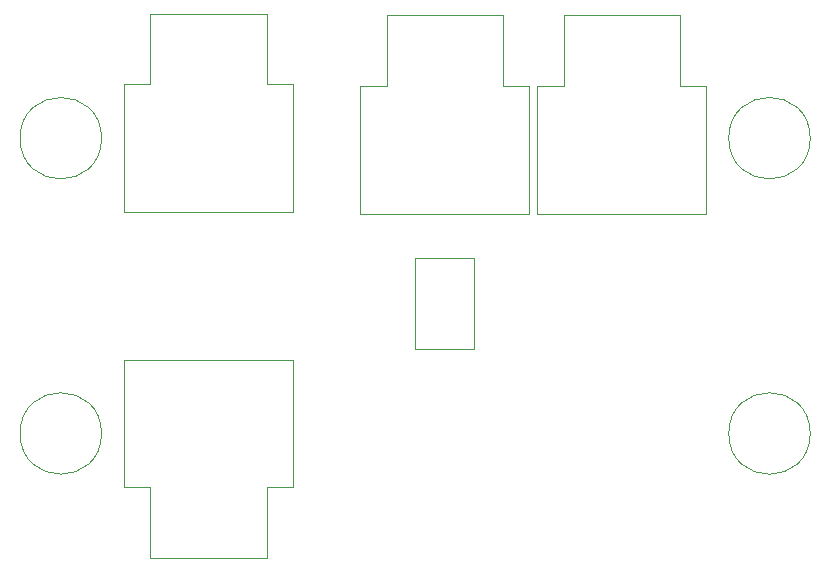
<source format=gbr>
%TF.GenerationSoftware,KiCad,Pcbnew,8.0.6-8.0.6-0~ubuntu22.04.1*%
%TF.CreationDate,2024-12-15T01:02:48+00:00*%
%TF.ProjectId,computer_sensor_board,636f6d70-7574-4657-925f-73656e736f72,rev?*%
%TF.SameCoordinates,Original*%
%TF.FileFunction,Other,User*%
%FSLAX46Y46*%
G04 Gerber Fmt 4.6, Leading zero omitted, Abs format (unit mm)*
G04 Created by KiCad (PCBNEW 8.0.6-8.0.6-0~ubuntu22.04.1) date 2024-12-15 01:02:48*
%MOMM*%
%LPD*%
G01*
G04 APERTURE LIST*
%ADD10C,0.050000*%
G04 APERTURE END LIST*
D10*
%TO.C,H1*%
X178450000Y-60000000D02*
G75*
G02*
X171550000Y-60000000I-3450000J0D01*
G01*
X171550000Y-60000000D02*
G75*
G02*
X178450000Y-60000000I3450000J0D01*
G01*
%TO.C,H2*%
X238450000Y-60000000D02*
G75*
G02*
X231550000Y-60000000I-3450000J0D01*
G01*
X231550000Y-60000000D02*
G75*
G02*
X238450000Y-60000000I3450000J0D01*
G01*
%TO.C,J7*%
X200350000Y-55600000D02*
X200350000Y-66400000D01*
X200350000Y-55600000D02*
X202580000Y-55600000D01*
X200350000Y-66400000D02*
X214650000Y-66400000D01*
X202580000Y-49600000D02*
X202580000Y-55600000D01*
X202580000Y-49600000D02*
X212420000Y-49600000D01*
X212420000Y-49600000D02*
X212420000Y-55600000D01*
X212420000Y-55600000D02*
X214650000Y-55600000D01*
X214650000Y-55600000D02*
X214650000Y-66400000D01*
%TO.C,J5*%
X215350000Y-55600000D02*
X215350000Y-66400000D01*
X215350000Y-55600000D02*
X217580000Y-55600000D01*
X215350000Y-66400000D02*
X229650000Y-66400000D01*
X217580000Y-49600000D02*
X217580000Y-55600000D01*
X217580000Y-49600000D02*
X227420000Y-49600000D01*
X227420000Y-49600000D02*
X227420000Y-55600000D01*
X227420000Y-55600000D02*
X229650000Y-55600000D01*
X229650000Y-55600000D02*
X229650000Y-66400000D01*
%TO.C,H3*%
X178450000Y-85000000D02*
G75*
G02*
X171550000Y-85000000I-3450000J0D01*
G01*
X171550000Y-85000000D02*
G75*
G02*
X178450000Y-85000000I3450000J0D01*
G01*
%TO.C,H4*%
X238450000Y-85000000D02*
G75*
G02*
X231550000Y-85000000I-3450000J0D01*
G01*
X231550000Y-85000000D02*
G75*
G02*
X238450000Y-85000000I3450000J0D01*
G01*
%TO.C,C1*%
X205000000Y-70150000D02*
X205000000Y-77850000D01*
X205000000Y-77850000D02*
X210000000Y-77850000D01*
X210000000Y-70150000D02*
X205000000Y-70150000D01*
X210000000Y-77850000D02*
X210000000Y-70150000D01*
%TO.C,J2*%
X180350000Y-89550000D02*
X180350000Y-78750000D01*
X182580000Y-89550000D02*
X180350000Y-89550000D01*
X182580000Y-95550000D02*
X182580000Y-89550000D01*
X192420000Y-95550000D02*
X182580000Y-95550000D01*
X192420000Y-95550000D02*
X192420000Y-89550000D01*
X194650000Y-78750000D02*
X180350000Y-78750000D01*
X194650000Y-89550000D02*
X192420000Y-89550000D01*
X194650000Y-89550000D02*
X194650000Y-78750000D01*
%TO.C,J6*%
X180350000Y-55450000D02*
X180350000Y-66250000D01*
X180350000Y-55450000D02*
X182580000Y-55450000D01*
X180350000Y-66250000D02*
X194650000Y-66250000D01*
X182580000Y-49450000D02*
X182580000Y-55450000D01*
X182580000Y-49450000D02*
X192420000Y-49450000D01*
X192420000Y-49450000D02*
X192420000Y-55450000D01*
X192420000Y-55450000D02*
X194650000Y-55450000D01*
X194650000Y-55450000D02*
X194650000Y-66250000D01*
%TD*%
M02*

</source>
